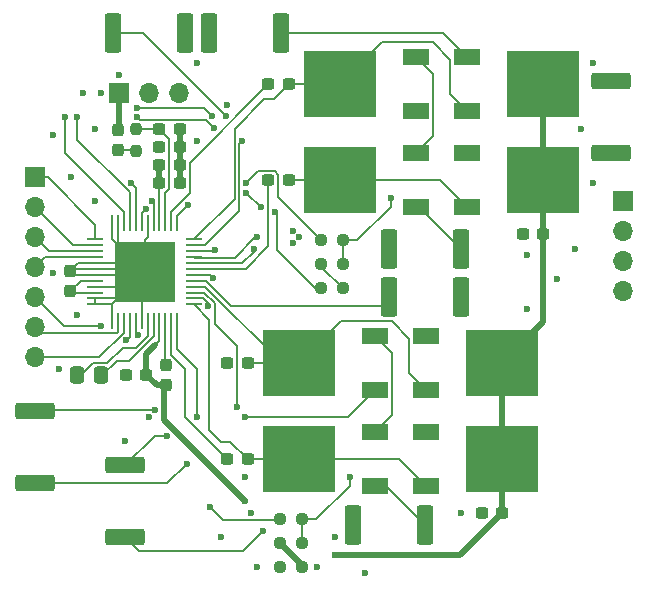
<source format=gtl>
%TF.GenerationSoftware,KiCad,Pcbnew,8.0.7*%
%TF.CreationDate,2025-02-15T17:42:46+02:00*%
%TF.ProjectId,stepper-motor-controller,73746570-7065-4722-9d6d-6f746f722d63,rev?*%
%TF.SameCoordinates,Original*%
%TF.FileFunction,Copper,L1,Top*%
%TF.FilePolarity,Positive*%
%FSLAX46Y46*%
G04 Gerber Fmt 4.6, Leading zero omitted, Abs format (unit mm)*
G04 Created by KiCad (PCBNEW 8.0.7) date 2025-02-15 17:42:46*
%MOMM*%
%LPD*%
G01*
G04 APERTURE LIST*
G04 Aperture macros list*
%AMRoundRect*
0 Rectangle with rounded corners*
0 $1 Rounding radius*
0 $2 $3 $4 $5 $6 $7 $8 $9 X,Y pos of 4 corners*
0 Add a 4 corners polygon primitive as box body*
4,1,4,$2,$3,$4,$5,$6,$7,$8,$9,$2,$3,0*
0 Add four circle primitives for the rounded corners*
1,1,$1+$1,$2,$3*
1,1,$1+$1,$4,$5*
1,1,$1+$1,$6,$7*
1,1,$1+$1,$8,$9*
0 Add four rect primitives between the rounded corners*
20,1,$1+$1,$2,$3,$4,$5,0*
20,1,$1+$1,$4,$5,$6,$7,0*
20,1,$1+$1,$6,$7,$8,$9,0*
20,1,$1+$1,$8,$9,$2,$3,0*%
G04 Aperture macros list end*
%TA.AperFunction,SMDPad,CuDef*%
%ADD10RoundRect,0.249999X0.450001X1.425001X-0.450001X1.425001X-0.450001X-1.425001X0.450001X-1.425001X0*%
%TD*%
%TA.AperFunction,SMDPad,CuDef*%
%ADD11RoundRect,0.249999X1.425001X-0.450001X1.425001X0.450001X-1.425001X0.450001X-1.425001X-0.450001X0*%
%TD*%
%TA.AperFunction,SMDPad,CuDef*%
%ADD12RoundRect,0.249999X-1.425001X0.450001X-1.425001X-0.450001X1.425001X-0.450001X1.425001X0.450001X0*%
%TD*%
%TA.AperFunction,SMDPad,CuDef*%
%ADD13RoundRect,0.249999X-0.450001X-1.425001X0.450001X-1.425001X0.450001X1.425001X-0.450001X1.425001X0*%
%TD*%
%TA.AperFunction,SMDPad,CuDef*%
%ADD14RoundRect,0.250000X-0.337500X-0.475000X0.337500X-0.475000X0.337500X0.475000X-0.337500X0.475000X0*%
%TD*%
%TA.AperFunction,SMDPad,CuDef*%
%ADD15R,2.290000X1.400000*%
%TD*%
%TA.AperFunction,SMDPad,CuDef*%
%ADD16R,6.180000X5.690000*%
%TD*%
%TA.AperFunction,SMDPad,CuDef*%
%ADD17RoundRect,0.237500X-0.250000X-0.237500X0.250000X-0.237500X0.250000X0.237500X-0.250000X0.237500X0*%
%TD*%
%TA.AperFunction,SMDPad,CuDef*%
%ADD18R,5.105400X5.105400*%
%TD*%
%TA.AperFunction,SMDPad,CuDef*%
%ADD19R,1.346200X0.279400*%
%TD*%
%TA.AperFunction,SMDPad,CuDef*%
%ADD20R,0.279400X1.346200*%
%TD*%
%TA.AperFunction,SMDPad,CuDef*%
%ADD21RoundRect,0.237500X-0.237500X0.250000X-0.237500X-0.250000X0.237500X-0.250000X0.237500X0.250000X0*%
%TD*%
%TA.AperFunction,SMDPad,CuDef*%
%ADD22RoundRect,0.237500X-0.237500X0.300000X-0.237500X-0.300000X0.237500X-0.300000X0.237500X0.300000X0*%
%TD*%
%TA.AperFunction,SMDPad,CuDef*%
%ADD23RoundRect,0.237500X-0.300000X-0.237500X0.300000X-0.237500X0.300000X0.237500X-0.300000X0.237500X0*%
%TD*%
%TA.AperFunction,SMDPad,CuDef*%
%ADD24RoundRect,0.237500X0.300000X0.237500X-0.300000X0.237500X-0.300000X-0.237500X0.300000X-0.237500X0*%
%TD*%
%TA.AperFunction,ComponentPad*%
%ADD25O,1.700000X1.700000*%
%TD*%
%TA.AperFunction,ComponentPad*%
%ADD26R,1.700000X1.700000*%
%TD*%
%TA.AperFunction,ViaPad*%
%ADD27C,0.600000*%
%TD*%
%TA.AperFunction,Conductor*%
%ADD28C,0.200000*%
%TD*%
%TA.AperFunction,Conductor*%
%ADD29C,0.500000*%
%TD*%
%ADD30C,0.300000*%
%ADD31C,0.350000*%
G04 APERTURE END LIST*
D10*
%TO.P,R15,1*%
%TO.N,Net-(U9-G)*%
X152402000Y-88900000D03*
%TO.P,R15,2*%
%TO.N,/LA2*%
X146302000Y-88900000D03*
%TD*%
D11*
%TO.P,R14,1*%
%TO.N,Net-(U8-G)*%
X127000000Y-89918000D03*
%TO.P,R14,2*%
%TO.N,/HA2*%
X127000000Y-83818000D03*
%TD*%
D12*
%TO.P,R10,1*%
%TO.N,/LA1*%
X119380000Y-79248000D03*
%TO.P,R10,2*%
%TO.N,Net-(U7-G)*%
X119380000Y-85348000D03*
%TD*%
D13*
%TO.P,R9,1*%
%TO.N,/HA1*%
X149350000Y-69596000D03*
%TO.P,R9,2*%
%TO.N,Net-(U6-G)*%
X155450000Y-69596000D03*
%TD*%
D10*
%TO.P,R8,2*%
%TO.N,/LB2*%
X149348000Y-65532000D03*
%TO.P,R8,1*%
%TO.N,Net-(U4-G)*%
X155448000Y-65532000D03*
%TD*%
D12*
%TO.P,R7,2*%
%TO.N,/HB2*%
X168148000Y-57404000D03*
%TO.P,R7,1*%
%TO.N,Net-(U3-G)*%
X168148000Y-51304000D03*
%TD*%
D13*
%TO.P,R2,1*%
%TO.N,/LB1*%
X125984000Y-47244000D03*
%TO.P,R2,2*%
%TO.N,Net-(U2-G)*%
X132084000Y-47244000D03*
%TD*%
%TO.P,R1,1*%
%TO.N,/HB1*%
X134112000Y-47244000D03*
%TO.P,R1,2*%
%TO.N,Net-(U1-G)*%
X140212000Y-47244000D03*
%TD*%
D14*
%TO.P,C2,1*%
%TO.N,/TMC5160A/CPO*%
X122893000Y-76200000D03*
%TO.P,C2,2*%
%TO.N,/TMC5160A/CPI*%
X124968000Y-76200000D03*
%TD*%
D15*
%TO.P,U6,1,G*%
%TO.N,Net-(U6-G)*%
X152487000Y-72899000D03*
D16*
%TO.P,U6,2,D*%
%TO.N,VM*%
X158922000Y-75184000D03*
D15*
%TO.P,U6,3,S*%
%TO.N,/BMA1*%
X152487000Y-77469000D03*
%TD*%
D17*
%TO.P,R13,1*%
%TO.N,GND*%
X140120000Y-90424000D03*
%TO.P,R13,2*%
%TO.N,Net-(U7-S)*%
X141945000Y-90424000D03*
%TD*%
D18*
%TO.P,U5,49,GNDD/GNDP*%
%TO.N,GND*%
X128649000Y-67439000D03*
D19*
%TO.P,U5,48,BMB1*%
%TO.N,/BMB1*%
X132827300Y-64689000D03*
%TO.P,U5,47,LB1*%
%TO.N,/LB1*%
X132827300Y-65188999D03*
%TO.P,U5,46,LB2*%
%TO.N,/LB2*%
X132827300Y-65689001D03*
%TO.P,U5,45,BMB2*%
%TO.N,/BMB2*%
X132827300Y-66189000D03*
%TO.P,U5,44,HB2*%
%TO.N,/HB2*%
X132827300Y-66688999D03*
%TO.P,U5,43,CB2*%
%TO.N,/CB2*%
X132827300Y-67189000D03*
%TO.P,U5,42,CA1*%
%TO.N,/CA1*%
X132827300Y-67689000D03*
%TO.P,U5,41,HA1*%
%TO.N,/HA1*%
X132827300Y-68189001D03*
%TO.P,U5,40,BMA1*%
%TO.N,/BMA1*%
X132827300Y-68689000D03*
%TO.P,U5,39,LA1*%
%TO.N,/LA1*%
X132827300Y-69188999D03*
%TO.P,U5,38,LA2*%
%TO.N,/LA2*%
X132827300Y-69689001D03*
%TO.P,U5,37,BMA2*%
%TO.N,/BMA2*%
X132827300Y-70189000D03*
D20*
%TO.P,U5,36,HA2*%
%TO.N,/HA2*%
X131399000Y-71617300D03*
%TO.P,U5,35,CA2*%
%TO.N,/CA2*%
X130899001Y-71617300D03*
%TO.P,U5,34,VCP*%
%TO.N,/TMC5160A/VCP*%
X130398999Y-71617300D03*
%TO.P,U5,33,VS*%
%TO.N,VM*%
X129899000Y-71617300D03*
%TO.P,U5,32,CPI*%
%TO.N,/TMC5160A/CPI*%
X129399001Y-71617300D03*
%TO.P,U5,31,CPO*%
%TO.N,/TMC5160A/CPO*%
X128899000Y-71617300D03*
%TO.P,U5,30,GNDD*%
%TO.N,GND*%
X128399000Y-71617300D03*
%TO.P,U5,29,VCC*%
%TO.N,/TMC5160A/VCC*%
X127898999Y-71617300D03*
%TO.P,U5,28,DRV_ENN*%
%TO.N,/TMC5160A/ENABLE*%
X127399000Y-71617300D03*
%TO.P,U5,27,DIAG1_SWP*%
%TO.N,/TMC5160A/DIAG1*%
X126899001Y-71617300D03*
%TO.P,U5,26,DIAG0_SWN*%
%TO.N,/TMC5160A/DIAG0*%
X126398999Y-71617300D03*
%TO.P,U5,25,ENCN_DCO_CFG6*%
%TO.N,GND*%
X125899000Y-71617300D03*
D19*
%TO.P,U5,24,ENCA_DCIN_CFG5*%
X124470700Y-70189000D03*
%TO.P,U5,23,ENCB_DCEN_CFG4*%
X124470700Y-69689001D03*
%TO.P,U5,22,SPI_MODE*%
%TO.N,VC*%
X124470700Y-69188999D03*
%TO.P,U5,21,SD_MODE*%
%TO.N,GND*%
X124470700Y-68689000D03*
%TO.P,U5,20,VCC_IO*%
%TO.N,VC*%
X124470700Y-68189001D03*
%TO.P,U5,19,GNDD*%
%TO.N,GND*%
X124470700Y-67689000D03*
%TO.P,U5,18,REFR_DIR*%
X124470700Y-67189000D03*
%TO.P,U5,17,REFL_STEP*%
X124470700Y-66688999D03*
%TO.P,U5,16,SDO_CFG0*%
%TO.N,/TMC5160A/MISO*%
X124470700Y-66189000D03*
%TO.P,U5,15,SDI_CFG1*%
%TO.N,/TMC5160A/MOSI*%
X124470700Y-65689001D03*
%TO.P,U5,14,SCK_CFG2*%
%TO.N,/TMC5160A/SCK*%
X124470700Y-65188999D03*
%TO.P,U5,13,CSN_CFG3*%
%TO.N,/TMC5160A/CSN*%
X124470700Y-64689000D03*
D20*
%TO.P,U5,12,CLK*%
%TO.N,GND*%
X125899000Y-63260700D03*
%TO.P,U5,11,TST_MODE*%
X126398999Y-63260700D03*
%TO.P,U5,10,SRBL*%
%TO.N,/SRBL*%
X126899001Y-63260700D03*
%TO.P,U5,9,SRBH*%
%TO.N,/SRBH*%
X127399000Y-63260700D03*
%TO.P,U5,8,SRAH*%
%TO.N,/SRAH*%
X127898999Y-63260700D03*
%TO.P,U5,7,SRAL*%
%TO.N,/SRAL*%
X128399000Y-63260700D03*
%TO.P,U5,6,GNDA*%
%TO.N,GND*%
X128899000Y-63260700D03*
%TO.P,U5,5,5VOUT*%
%TO.N,/TMC5160A/12VOUT*%
X129399001Y-63260700D03*
%TO.P,U5,4,VSA*%
%TO.N,VM*%
X129899000Y-63260700D03*
%TO.P,U5,3,12VOUT*%
%TO.N,/TMC5160A/5VOUT*%
X130398999Y-63260700D03*
%TO.P,U5,2,CB1*%
%TO.N,/CB1*%
X130899001Y-63260700D03*
%TO.P,U5,1,HB1*%
%TO.N,/HB1*%
X131399000Y-63260700D03*
%TD*%
D15*
%TO.P,U8,1,G*%
%TO.N,Net-(U8-G)*%
X152487000Y-81027000D03*
D16*
%TO.P,U8,2,D*%
%TO.N,VM*%
X158922000Y-83312000D03*
D15*
%TO.P,U8,3,S*%
%TO.N,/BMA2*%
X152487000Y-85597000D03*
%TD*%
D21*
%TO.P,R3,1*%
%TO.N,/TMC5160A/5VOUT*%
X127931000Y-55361300D03*
%TO.P,R3,2*%
%TO.N,/TMC5160A/VCC*%
X127931000Y-57186300D03*
%TD*%
D17*
%TO.P,R12,1*%
%TO.N,/SRAL*%
X140120000Y-92456000D03*
%TO.P,R12,2*%
%TO.N,GND*%
X141945000Y-92456000D03*
%TD*%
D22*
%TO.P,C10,1*%
%TO.N,GND*%
X122343000Y-67352300D03*
%TO.P,C10,2*%
%TO.N,VC*%
X122343000Y-69077300D03*
%TD*%
D23*
%TO.P,C11,1*%
%TO.N,GND*%
X127068500Y-76189300D03*
%TO.P,C11,2*%
%TO.N,VM*%
X128793500Y-76189300D03*
%TD*%
%TO.P,C14,1*%
%TO.N,GND*%
X157197000Y-87884000D03*
%TO.P,C14,2*%
%TO.N,VM*%
X158922000Y-87884000D03*
%TD*%
D24*
%TO.P,C9,1*%
%TO.N,GND*%
X131624000Y-59933300D03*
%TO.P,C9,2*%
%TO.N,VM*%
X129899000Y-59933300D03*
%TD*%
%TO.P,C15,1*%
%TO.N,/BMA2*%
X137373000Y-83312000D03*
%TO.P,C15,2*%
%TO.N,/CA2*%
X135648000Y-83312000D03*
%TD*%
D22*
%TO.P,C6,2*%
%TO.N,/TMC5160A/VCC*%
X126407000Y-57136300D03*
%TO.P,C6,1*%
%TO.N,GND*%
X126407000Y-55411300D03*
%TD*%
D15*
%TO.P,U7,1,G*%
%TO.N,Net-(U7-G)*%
X148167000Y-77469000D03*
D16*
%TO.P,U7,2,D*%
%TO.N,/BMA1*%
X141732000Y-75184000D03*
D15*
%TO.P,U7,3,S*%
%TO.N,Net-(U7-S)*%
X148167000Y-72899000D03*
%TD*%
D23*
%TO.P,C13,1*%
%TO.N,/CA1*%
X135648000Y-75184000D03*
%TO.P,C13,2*%
%TO.N,/BMA1*%
X137373000Y-75184000D03*
%TD*%
D22*
%TO.P,C7,1*%
%TO.N,/TMC5160A/VCP*%
X130471000Y-75326800D03*
%TO.P,C7,2*%
%TO.N,VM*%
X130471000Y-77051800D03*
%TD*%
D15*
%TO.P,U9,1,G*%
%TO.N,Net-(U9-G)*%
X148167000Y-85597000D03*
D16*
%TO.P,U9,2,D*%
%TO.N,/BMA2*%
X141732000Y-83312000D03*
D15*
%TO.P,U9,3,S*%
%TO.N,Net-(U7-S)*%
X148167000Y-81027000D03*
%TD*%
D24*
%TO.P,C5,1*%
%TO.N,GND*%
X131624000Y-55361300D03*
%TO.P,C5,2*%
%TO.N,/TMC5160A/5VOUT*%
X129899000Y-55361300D03*
%TD*%
%TO.P,C4,1*%
%TO.N,GND*%
X131624000Y-56885300D03*
%TO.P,C4,2*%
%TO.N,/TMC5160A/12VOUT*%
X129899000Y-56885300D03*
%TD*%
D25*
%TO.P,J3,4,Pin_4*%
%TO.N,/BMA2*%
X169164000Y-69088000D03*
%TO.P,J3,3,Pin_3*%
%TO.N,/BMA1*%
X169164000Y-66548000D03*
%TO.P,J3,2,Pin_2*%
%TO.N,/BMB2*%
X169164000Y-64008000D03*
D26*
%TO.P,J3,1,Pin_1*%
%TO.N,/BMB1*%
X169164000Y-61468000D03*
%TD*%
D25*
%TO.P,J1,7,Pin_7*%
%TO.N,/TMC5160A/DIAG1*%
X119380000Y-74676000D03*
%TO.P,J1,6,Pin_6*%
%TO.N,/TMC5160A/DIAG0*%
X119380000Y-72136000D03*
%TO.P,J1,5,Pin_5*%
%TO.N,/TMC5160A/ENABLE*%
X119380000Y-69596000D03*
%TO.P,J1,4,Pin_4*%
%TO.N,/TMC5160A/MISO*%
X119380000Y-67056000D03*
%TO.P,J1,3,Pin_3*%
%TO.N,/TMC5160A/MOSI*%
X119380000Y-64516000D03*
%TO.P,J1,2,Pin_2*%
%TO.N,/TMC5160A/SCK*%
X119380000Y-61976000D03*
D26*
%TO.P,J1,1,Pin_1*%
%TO.N,/TMC5160A/CSN*%
X119380000Y-59436000D03*
%TD*%
D25*
%TO.P,J2,3,Pin_3*%
%TO.N,VC*%
X131572000Y-52324000D03*
%TO.P,J2,2,Pin_2*%
%TO.N,VM*%
X129032000Y-52324000D03*
D26*
%TO.P,J2,1,Pin_1*%
%TO.N,GND*%
X126492000Y-52324000D03*
%TD*%
D17*
%TO.P,R11,1*%
%TO.N,/SRAH*%
X140120000Y-88392000D03*
%TO.P,R11,2*%
%TO.N,Net-(U7-S)*%
X141945000Y-88392000D03*
%TD*%
D24*
%TO.P,C1,1*%
%TO.N,GND*%
X131624000Y-58409300D03*
%TO.P,C1,2*%
%TO.N,VM*%
X129899000Y-58409300D03*
%TD*%
D15*
%TO.P,U3,1,G*%
%TO.N,Net-(U3-G)*%
X155956000Y-57405999D03*
D16*
%TO.P,U3,2,D*%
%TO.N,VM*%
X162391000Y-59690999D03*
D15*
%TO.P,U3,3,S*%
%TO.N,/BMB2*%
X155956000Y-61975999D03*
%TD*%
D17*
%TO.P,R4,1*%
%TO.N,/SRBH*%
X143589001Y-64771000D03*
%TO.P,R4,2*%
%TO.N,Net-(U2-S)*%
X145414001Y-64771000D03*
%TD*%
D23*
%TO.P,C8,1*%
%TO.N,GND*%
X160666000Y-64262999D03*
%TO.P,C8,2*%
%TO.N,VM*%
X162391000Y-64262999D03*
%TD*%
%TO.P,C3,1*%
%TO.N,/CB1*%
X139117000Y-51563000D03*
%TO.P,C3,2*%
%TO.N,/BMB1*%
X140842000Y-51563000D03*
%TD*%
D24*
%TO.P,C12,1*%
%TO.N,/BMB2*%
X140842001Y-59691000D03*
%TO.P,C12,2*%
%TO.N,/CB2*%
X139117001Y-59691000D03*
%TD*%
D17*
%TO.P,R6,1*%
%TO.N,GND*%
X143589001Y-66803000D03*
%TO.P,R6,2*%
%TO.N,Net-(U2-S)*%
X145414001Y-66803000D03*
%TD*%
D15*
%TO.P,U1,1,G*%
%TO.N,Net-(U1-G)*%
X155956000Y-49278000D03*
D16*
%TO.P,U1,2,D*%
%TO.N,VM*%
X162391000Y-51563000D03*
D15*
%TO.P,U1,3,S*%
%TO.N,/BMB1*%
X155956000Y-53848000D03*
%TD*%
%TO.P,U4,1,G*%
%TO.N,Net-(U4-G)*%
X151636000Y-61976000D03*
D16*
%TO.P,U4,2,D*%
%TO.N,/BMB2*%
X145201000Y-59691000D03*
D15*
%TO.P,U4,3,S*%
%TO.N,Net-(U2-S)*%
X151636000Y-57406000D03*
%TD*%
D17*
%TO.P,R5,1*%
%TO.N,/SRBL*%
X143589001Y-68835000D03*
%TO.P,R5,2*%
%TO.N,GND*%
X145414001Y-68835000D03*
%TD*%
D15*
%TO.P,U2,1,G*%
%TO.N,Net-(U2-G)*%
X151636000Y-53848000D03*
D16*
%TO.P,U2,2,D*%
%TO.N,/BMB1*%
X145201000Y-51563000D03*
D15*
%TO.P,U2,3,S*%
%TO.N,Net-(U2-S)*%
X151636000Y-49278000D03*
%TD*%
D27*
%TO.N,GND*%
X120904000Y-55880000D03*
X133096000Y-49784000D03*
X166624000Y-49784000D03*
X165608000Y-55372000D03*
X166624000Y-59944000D03*
X161036000Y-70612000D03*
X138176000Y-92456000D03*
%TO.N,Net-(U7-G)*%
X132206265Y-83693735D03*
X137160000Y-79756000D03*
%TO.N,Net-(U8-G)*%
X152487000Y-81027000D03*
X138684000Y-89408000D03*
%TO.N,/HA2*%
X133096000Y-79756000D03*
X130533669Y-81302331D03*
%TO.N,/LA1*%
X136500735Y-78891265D03*
X129540000Y-79137990D03*
%TO.N,/HB2*%
X137867107Y-65488000D03*
X168148000Y-57404000D03*
%TO.N,Net-(U3-G)*%
X168148000Y-51304000D03*
X155956000Y-57404000D03*
%TO.N,/BMA1*%
X152487000Y-77469000D03*
%TO.N,VM*%
X128793500Y-76189300D03*
X129899000Y-58409300D03*
X137160000Y-86868000D03*
X144780000Y-91440000D03*
%TO.N,/BMA2*%
X152487000Y-85597000D03*
%TO.N,/CA1*%
X134403215Y-67937899D03*
X135648000Y-75184000D03*
%TO.N,/HB1*%
X132353715Y-61741715D03*
X134112000Y-47244000D03*
%TO.N,/SRAH*%
X127491485Y-59944000D03*
X134151735Y-87336265D03*
%TO.N,GND*%
X141224000Y-64008000D03*
X135636000Y-53340000D03*
X165100000Y-65532000D03*
X120904000Y-67564000D03*
X122428000Y-59436000D03*
X155448000Y-87884000D03*
X141732000Y-64516000D03*
X137668000Y-87884000D03*
X122936000Y-71120000D03*
X127000000Y-81788000D03*
X147320000Y-92964000D03*
X124968000Y-52324000D03*
X143256000Y-92456000D03*
X133096000Y-56388000D03*
X121412000Y-75692000D03*
X163576000Y-68072000D03*
X124460000Y-55372000D03*
X129032000Y-79756000D03*
X123444000Y-52324000D03*
X141224000Y-65024000D03*
X137160000Y-84836000D03*
X126492000Y-50800000D03*
X144780000Y-89916000D03*
X124460000Y-61468000D03*
X135128000Y-89916000D03*
X161036000Y-66040000D03*
%TO.N,VC*%
X122343000Y-69077300D03*
%TO.N,/SRBH*%
X128016000Y-54356000D03*
X137252000Y-59944000D03*
X122936000Y-54356000D03*
X134539735Y-55291735D03*
%TO.N,/LA2*%
X133999264Y-70362378D03*
X146302000Y-88900000D03*
%TO.N,/LB2*%
X149348000Y-65532000D03*
X134600424Y-65614071D03*
%TO.N,/SRAL*%
X128792939Y-62087598D03*
X140120000Y-92456000D03*
%TO.N,/TMC5160A/12VOUT*%
X129899000Y-56885300D03*
X129299000Y-61468000D03*
%TO.N,/SRBL*%
X121920000Y-54356000D03*
X139717001Y-62398738D03*
X134305926Y-54209396D03*
X128016000Y-53555997D03*
X138517001Y-61976000D03*
X137252000Y-60744003D03*
%TO.N,/TMC5160A/VCC*%
X128091485Y-72793785D03*
X127931000Y-57186300D03*
%TO.N,/BMB1*%
X155956000Y-53848000D03*
%TO.N,/BMB2*%
X138176000Y-64516000D03*
X145201000Y-59691000D03*
X155956000Y-61975999D03*
%TO.N,/TMC5160A/ENABLE*%
X124968000Y-72044000D03*
X127095658Y-73247658D03*
%TO.N,Net-(U7-S)*%
X146009000Y-84836000D03*
X148167000Y-81027000D03*
%TO.N,/LB1*%
X135555735Y-54275735D03*
X136852000Y-56388000D03*
%TO.N,Net-(U2-G)*%
X132084000Y-47244000D03*
X151636000Y-53848000D03*
%TO.N,Net-(U2-S)*%
X151636000Y-57406000D03*
X149478000Y-61215000D03*
X151636000Y-57406000D03*
X151636000Y-57406000D03*
X149478000Y-61215000D03*
X149478000Y-61215000D03*
%TD*%
D28*
%TO.N,/HA1*%
X133805788Y-68189001D02*
X132827300Y-68189001D01*
X135912786Y-70295999D02*
X133805788Y-68189001D01*
X149350000Y-69596000D02*
X148650001Y-70295999D01*
X148650001Y-70295999D02*
X135912786Y-70295999D01*
%TO.N,Net-(U7-G)*%
X145880000Y-79756000D02*
X148167000Y-77469000D01*
X137160000Y-79756000D02*
X145880000Y-79756000D01*
X130552000Y-85348000D02*
X132206265Y-83693735D01*
X119380000Y-85348000D02*
X130552000Y-85348000D01*
%TO.N,Net-(U8-G)*%
X136992529Y-91099471D02*
X138684000Y-89408000D01*
X128181471Y-91099471D02*
X136992529Y-91099471D01*
X127000000Y-89918000D02*
X128181471Y-91099471D01*
%TO.N,/HA2*%
X131399000Y-73995000D02*
X131399000Y-71617300D01*
X133096000Y-75692000D02*
X131399000Y-73995000D01*
X133096000Y-79756000D02*
X133096000Y-75692000D01*
%TO.N,/BMA2*%
X135068778Y-81802000D02*
X135863000Y-81802000D01*
X134112000Y-80845222D02*
X135068778Y-81802000D01*
X132827300Y-70189000D02*
X134112000Y-71473700D01*
X134112000Y-71473700D02*
X134112000Y-80845222D01*
X135863000Y-81802000D02*
X137373000Y-83312000D01*
%TO.N,/HA2*%
X129515669Y-81302331D02*
X130533669Y-81302331D01*
X127000000Y-83818000D02*
X129515669Y-81302331D01*
%TO.N,/LA1*%
X133674414Y-69188999D02*
X132827300Y-69188999D01*
X134599264Y-71810907D02*
X134599264Y-70113849D01*
X136500735Y-78891265D02*
X136500735Y-73712378D01*
X136500735Y-73712378D02*
X134599264Y-71810907D01*
X134599264Y-70113849D02*
X133674414Y-69188999D01*
X119490010Y-79137990D02*
X129540000Y-79137990D01*
X119380000Y-79248000D02*
X119490010Y-79137990D01*
%TO.N,/BMB2*%
X132873014Y-66234714D02*
X132827300Y-66189000D01*
X136271864Y-66234714D02*
X132873014Y-66234714D01*
X138176000Y-64516000D02*
X137990578Y-64516000D01*
X137990578Y-64516000D02*
X136271864Y-66234714D01*
%TO.N,/HB2*%
X137867107Y-65731107D02*
X136909215Y-66688999D01*
X136909215Y-66688999D02*
X132827300Y-66688999D01*
X137867107Y-65488000D02*
X137867107Y-65731107D01*
%TO.N,/SRBL*%
X138483997Y-61976000D02*
X137252000Y-60744003D01*
X138517001Y-61976000D02*
X138483997Y-61976000D01*
X143101501Y-68835000D02*
X143589001Y-68835000D01*
X139855765Y-62537502D02*
X139855765Y-65589264D01*
X139717001Y-62398738D02*
X139855765Y-62537502D01*
X139855765Y-65589264D02*
X143101501Y-68835000D01*
%TO.N,Net-(U3-G)*%
X155956000Y-57405999D02*
X155956000Y-57404000D01*
%TO.N,/SRBH*%
X139646223Y-58916000D02*
X138280000Y-58916000D01*
X138280000Y-58916000D02*
X137252000Y-59944000D01*
X139954501Y-59224278D02*
X139646223Y-58916000D01*
X139954501Y-61136500D02*
X139954501Y-59224278D01*
X143589001Y-64771000D02*
X139954501Y-61136500D01*
%TO.N,/LB1*%
X136652000Y-62277100D02*
X133740101Y-65188999D01*
X136652000Y-56588000D02*
X136652000Y-62277100D01*
X133740101Y-65188999D02*
X132827300Y-65188999D01*
X136852000Y-56388000D02*
X136652000Y-56588000D01*
%TO.N,Net-(U9-G)*%
X149099000Y-85597000D02*
X152402000Y-88900000D01*
X148167000Y-85597000D02*
X149099000Y-85597000D01*
%TO.N,Net-(U1-G)*%
X153922000Y-47244000D02*
X140212000Y-47244000D01*
X155956000Y-49278000D02*
X153922000Y-47244000D01*
%TO.N,VM*%
X129899000Y-73301000D02*
X129899000Y-71617300D01*
X129540000Y-73660000D02*
X129899000Y-73301000D01*
D29*
X128793500Y-74406500D02*
X129540000Y-73660000D01*
X128793500Y-76189300D02*
X128793500Y-74406500D01*
D28*
%TO.N,/TMC5160A/CPI*%
X126266843Y-74958843D02*
X125025686Y-76200000D01*
X127340642Y-74958843D02*
X126266843Y-74958843D01*
X125025686Y-76200000D02*
X124968000Y-76200000D01*
X129399001Y-72900484D02*
X127340642Y-74958843D01*
X129399001Y-71617300D02*
X129399001Y-72900484D01*
%TO.N,/TMC5160A/CPO*%
X123184529Y-76292000D02*
X122893000Y-76292000D01*
X124301529Y-75175000D02*
X123184529Y-76292000D01*
X126812342Y-73847658D02*
X125485000Y-75175000D01*
X125485000Y-75175000D02*
X124301529Y-75175000D01*
X127886141Y-73847658D02*
X126812342Y-73847658D01*
X128899000Y-71617300D02*
X128899000Y-72834799D01*
X128899000Y-72834799D02*
X127886141Y-73847658D01*
%TO.N,/BMA1*%
X132827300Y-68689000D02*
X133740101Y-68689000D01*
X133740101Y-68689000D02*
X140235101Y-75184000D01*
X140235101Y-75184000D02*
X141732000Y-75184000D01*
X145288000Y-71628000D02*
X141732000Y-75184000D01*
X151042000Y-73105000D02*
X149565000Y-71628000D01*
X152487000Y-77469000D02*
X151042000Y-76024000D01*
X137373000Y-75184000D02*
X141732000Y-75184000D01*
X151042000Y-76024000D02*
X151042000Y-73105000D01*
X149565000Y-71628000D02*
X145288000Y-71628000D01*
D29*
%TO.N,VM*%
X130290000Y-77232800D02*
X130290000Y-79998000D01*
X158922000Y-83312000D02*
X158922000Y-75184000D01*
X158922000Y-83312000D02*
X159217000Y-83312000D01*
X162391000Y-59690999D02*
X162391000Y-71715000D01*
X130471000Y-77051800D02*
X130290000Y-77232800D01*
X155366000Y-91440000D02*
X158922000Y-87884000D01*
X130290000Y-79998000D02*
X137160000Y-86868000D01*
X144780000Y-91440000D02*
X155366000Y-91440000D01*
X129656000Y-77051800D02*
X128793500Y-76189300D01*
X158922000Y-83312000D02*
X158922000Y-87884000D01*
X129899000Y-58409300D02*
X129899000Y-59933300D01*
D28*
X129899000Y-59933300D02*
X129899000Y-63260700D01*
D29*
X130471000Y-77051800D02*
X129656000Y-77051800D01*
X162391000Y-71715000D02*
X158922000Y-75184000D01*
D28*
%TO.N,/BMA2*%
X150202000Y-83312000D02*
X141732000Y-83312000D01*
X137373000Y-83312000D02*
X141732000Y-83312000D01*
X152487000Y-85597000D02*
X150202000Y-83312000D01*
%TO.N,/CA1*%
X132827300Y-67689000D02*
X134154316Y-67689000D01*
X134154316Y-67689000D02*
X134403215Y-67937899D01*
%TO.N,/HB1*%
X131399000Y-63260700D02*
X131399000Y-62696430D01*
X131399000Y-62696430D02*
X132353715Y-61741715D01*
%TO.N,/SRAH*%
X140028000Y-88484000D02*
X140120000Y-88392000D01*
X127898999Y-63260700D02*
X127898999Y-60351514D01*
X135299470Y-88484000D02*
X140028000Y-88484000D01*
X134151735Y-87336265D02*
X135299470Y-88484000D01*
X127898999Y-60351514D02*
X127491485Y-59944000D01*
%TO.N,GND*%
X128899000Y-64465300D02*
X128899000Y-63260700D01*
X124470700Y-68689000D02*
X127399000Y-68689000D01*
D29*
X126492000Y-55326300D02*
X126407000Y-55411300D01*
D28*
X125899000Y-71617300D02*
X125899000Y-70189000D01*
X122679700Y-67689000D02*
X122343000Y-67352300D01*
X124470700Y-66688999D02*
X123006301Y-66688999D01*
X126398999Y-65188999D02*
X126398999Y-63260700D01*
X128649000Y-64715300D02*
X128899000Y-64465300D01*
X127399000Y-68689000D02*
X128649000Y-67439000D01*
X122506300Y-67189000D02*
X122343000Y-67352300D01*
X125899000Y-70189000D02*
X128649000Y-67439000D01*
X124470700Y-67189000D02*
X128399000Y-67189000D01*
X128399000Y-67689000D02*
X128649000Y-67439000D01*
X128399000Y-67189000D02*
X128649000Y-67439000D01*
X124470700Y-67689000D02*
X128399000Y-67689000D01*
D29*
X131624000Y-55361300D02*
X131624000Y-59933300D01*
D28*
X124470700Y-67689000D02*
X122679700Y-67689000D01*
X128649000Y-67439000D02*
X128649000Y-64715300D01*
X126398999Y-69689001D02*
X128649000Y-67439000D01*
X128649000Y-67439000D02*
X125899000Y-64689000D01*
D29*
X141945000Y-92249000D02*
X140120000Y-90424000D01*
D28*
X124470700Y-69689001D02*
X126398999Y-69689001D01*
D29*
X141945000Y-92456000D02*
X141945000Y-92249000D01*
D28*
X124470700Y-67189000D02*
X122506300Y-67189000D01*
D29*
X126492000Y-52324000D02*
X126492000Y-55326300D01*
D28*
X124470700Y-66688999D02*
X127898999Y-66688999D01*
X123006301Y-66688999D02*
X122343000Y-67352300D01*
X124470700Y-70189000D02*
X125899000Y-70189000D01*
X127898999Y-66688999D02*
X128649000Y-67439000D01*
X128649000Y-67439000D02*
X126398999Y-65188999D01*
X125899000Y-64689000D02*
X125899000Y-63260700D01*
X124470700Y-69689001D02*
X124470700Y-70189000D01*
X128399000Y-67689000D02*
X128399000Y-71617300D01*
%TO.N,VC*%
X122669600Y-69077300D02*
X122343000Y-69077300D01*
X124470700Y-69188999D02*
X122454699Y-69188999D01*
X124470700Y-68189001D02*
X123231299Y-68189001D01*
X122454699Y-69188999D02*
X122343000Y-69077300D01*
X123231299Y-68189001D02*
X122343000Y-69077300D01*
%TO.N,/SRBH*%
X134539735Y-55291735D02*
X133821800Y-54573800D01*
X122936000Y-56237044D02*
X127399000Y-60700044D01*
X127399000Y-60700044D02*
X127399000Y-63260700D01*
X122936000Y-54356000D02*
X122936000Y-56237044D01*
X133821800Y-54573800D02*
X128233800Y-54573800D01*
X128233800Y-54573800D02*
X128016000Y-54356000D01*
%TO.N,/LA2*%
X132827300Y-69689001D02*
X133608730Y-69689001D01*
X133999264Y-70079535D02*
X133999264Y-70362378D01*
X133608730Y-69689001D02*
X133999264Y-70079535D01*
%TO.N,/LB2*%
X134525494Y-65689001D02*
X132827300Y-65689001D01*
X134600424Y-65614071D02*
X134525494Y-65689001D01*
%TO.N,/SRAL*%
X128399000Y-62481537D02*
X128792939Y-62087598D01*
X128399000Y-63260700D02*
X128399000Y-62481537D01*
%TO.N,/CA2*%
X130899001Y-71617300D02*
X130899001Y-74450579D01*
X132080000Y-75631578D02*
X132080000Y-79744000D01*
X130899001Y-74450579D02*
X132080000Y-75631578D01*
X132080000Y-79744000D02*
X135648000Y-83312000D01*
%TO.N,/CB1*%
X132461500Y-58218500D02*
X132461500Y-60785400D01*
X139117000Y-51563000D02*
X132461500Y-58218500D01*
X130899001Y-62347899D02*
X130899001Y-63260700D01*
X132461500Y-60785400D02*
X130899001Y-62347899D01*
%TO.N,/CB2*%
X137189481Y-67189000D02*
X139117001Y-65261480D01*
X132827300Y-67189000D02*
X137189481Y-67189000D01*
X139117001Y-65261480D02*
X139117001Y-59691000D01*
%TO.N,/TMC5160A/12VOUT*%
X129399001Y-63260700D02*
X129399001Y-61568001D01*
X129399001Y-61568001D02*
X129299000Y-61468000D01*
%TO.N,/SRBL*%
X121920000Y-54356000D02*
X121920000Y-57368901D01*
X126899001Y-62347902D02*
X126899001Y-63260700D01*
X134305926Y-54209396D02*
X133652527Y-53555997D01*
X121920000Y-57368901D02*
X126899001Y-62347902D01*
X133652527Y-53555997D02*
X128016000Y-53555997D01*
%TO.N,/TMC5160A/5VOUT*%
X130736500Y-56198800D02*
X129899000Y-55361300D01*
X130736500Y-60400022D02*
X130736500Y-56198800D01*
X130398999Y-60737523D02*
X130736500Y-60400022D01*
X127931000Y-55361300D02*
X129899000Y-55361300D01*
X130398999Y-63260700D02*
X130398999Y-60737523D01*
%TO.N,/TMC5160A/VCC*%
X127881000Y-57136300D02*
X127931000Y-57186300D01*
X127898999Y-71617300D02*
X127898999Y-72601299D01*
X126407000Y-57136300D02*
X127881000Y-57136300D01*
X127898999Y-72601299D02*
X128091485Y-72793785D01*
%TO.N,/TMC5160A/VCP*%
X130398999Y-75254799D02*
X130398999Y-71617300D01*
X130471000Y-75326800D02*
X130398999Y-75254799D01*
%TO.N,/BMB1*%
X132827300Y-64689000D02*
X136252000Y-61264300D01*
X138778778Y-52832000D02*
X139573000Y-52832000D01*
X139573000Y-52832000D02*
X140842000Y-51563000D01*
X136252000Y-61264300D02*
X136252000Y-55358778D01*
X136252000Y-55358778D02*
X138778778Y-52832000D01*
%TO.N,/TMC5160A/DIAG0*%
X126398999Y-72530101D02*
X126285100Y-72644000D01*
X119888000Y-72644000D02*
X119380000Y-72136000D01*
X126285100Y-72644000D02*
X119888000Y-72644000D01*
X126398999Y-71617300D02*
X126398999Y-72530101D01*
%TO.N,/TMC5160A/DIAG1*%
X126899001Y-72595785D02*
X124818786Y-74676000D01*
X124818786Y-74676000D02*
X119380000Y-74676000D01*
X126899001Y-71617300D02*
X126899001Y-72595785D01*
%TO.N,/TMC5160A/MOSI*%
X120553001Y-65689001D02*
X124470700Y-65689001D01*
X119380000Y-64516000D02*
X120553001Y-65689001D01*
%TO.N,/TMC5160A/MISO*%
X119380000Y-67056000D02*
X120247000Y-66189000D01*
X120247000Y-66189000D02*
X124470700Y-66189000D01*
%TO.N,/TMC5160A/SCK*%
X122592999Y-65188999D02*
X124470700Y-65188999D01*
X119380000Y-61976000D02*
X122592999Y-65188999D01*
%TO.N,/TMC5160A/ENABLE*%
X127399000Y-72944316D02*
X127399000Y-71617300D01*
X127095658Y-73247658D02*
X127399000Y-72944316D01*
X121828000Y-72044000D02*
X124968000Y-72044000D01*
X119380000Y-69596000D02*
X121828000Y-72044000D01*
%TO.N,Net-(U7-G)*%
X148167000Y-77469000D02*
X147722000Y-77469000D01*
%TO.N,Net-(U7-S)*%
X148167000Y-72899000D02*
X149612000Y-74344000D01*
X141945000Y-88392000D02*
X143187000Y-88392000D01*
X149612000Y-79582000D02*
X148167000Y-81027000D01*
X143187000Y-88392000D02*
X146009000Y-85570000D01*
X146009000Y-85570000D02*
X146009000Y-84836000D01*
X149612000Y-74344000D02*
X149612000Y-79582000D01*
X141945000Y-88392000D02*
X141945000Y-90424000D01*
%TO.N,/TMC5160A/CSN*%
X124470700Y-63476700D02*
X124470700Y-64689000D01*
X120430000Y-59436000D02*
X124470700Y-63476700D01*
X119380000Y-59436000D02*
X120430000Y-59436000D01*
%TO.N,/LB1*%
X128524000Y-47244000D02*
X135555735Y-54275735D01*
%TO.N,Net-(U4-G)*%
X151892000Y-61976000D02*
X155448000Y-65532000D01*
X151636000Y-61976000D02*
X151892000Y-61976000D01*
%TO.N,Net-(U2-S)*%
X145414000Y-64771000D02*
X145414000Y-66803000D01*
%TO.N,/BMB1*%
X155956000Y-53848000D02*
X154511000Y-52403000D01*
%TO.N,Net-(U2-S)*%
X145414000Y-64771000D02*
X145414000Y-66803000D01*
%TO.N,/BMB2*%
X153671000Y-59691000D02*
X145201000Y-59691000D01*
%TO.N,GND*%
X143589000Y-67010000D02*
X145414000Y-68835000D01*
%TO.N,Net-(U2-S)*%
X149478000Y-61949000D02*
X149478000Y-61215000D01*
X145414000Y-64771000D02*
X146656000Y-64771000D01*
%TO.N,/BMB1*%
X154511000Y-52403000D02*
X154511000Y-49484000D01*
%TO.N,Net-(U2-S)*%
X153081000Y-50723000D02*
X153081000Y-55961000D01*
D29*
%TO.N,VM*%
X162391000Y-59691000D02*
X162686000Y-59691000D01*
D28*
%TO.N,/BMB2*%
X140842000Y-59691000D02*
X145201000Y-59691000D01*
%TO.N,GND*%
X143589000Y-67010000D02*
X145414000Y-68835000D01*
D29*
%TO.N,VM*%
X162391000Y-59691000D02*
X162391000Y-64263000D01*
D28*
%TO.N,Net-(U2-S)*%
X149478000Y-61949000D02*
X149478000Y-61215000D01*
%TO.N,/BMB1*%
X148757000Y-48007000D02*
X145201000Y-51563000D01*
X153034000Y-48007000D02*
X148757000Y-48007000D01*
%TO.N,Net-(U2-S)*%
X145414000Y-64771000D02*
X146656000Y-64771000D01*
%TO.N,/BMB1*%
X154511000Y-49484000D02*
X153034000Y-48007000D01*
X155956000Y-53848000D02*
X154511000Y-52403000D01*
D29*
%TO.N,VM*%
X162391000Y-59691000D02*
X162686000Y-59691000D01*
D28*
%TO.N,Net-(U2-G)*%
X151636000Y-53848000D02*
X151191000Y-53848000D01*
D29*
%TO.N,VM*%
X162391000Y-59691000D02*
X162391000Y-64263000D01*
D28*
%TO.N,/BMB1*%
X153034000Y-48007000D02*
X148757000Y-48007000D01*
X154511000Y-52403000D02*
X154511000Y-49484000D01*
%TO.N,/BMB2*%
X155956000Y-61976000D02*
X153671000Y-59691000D01*
%TO.N,Net-(U2-S)*%
X153081000Y-55961000D02*
X151636000Y-57406000D01*
%TO.N,/BMB2*%
X153671000Y-59691000D02*
X145201000Y-59691000D01*
%TO.N,/BMB1*%
X140842000Y-51563000D02*
X145201000Y-51563000D01*
D29*
%TO.N,VM*%
X162391000Y-59691000D02*
X162391000Y-64263000D01*
D28*
%TO.N,/BMB2*%
X155956000Y-61976000D02*
X153671000Y-59691000D01*
%TO.N,/LB1*%
X125984000Y-47244000D02*
X128524000Y-47244000D01*
%TO.N,Net-(U2-G)*%
X151636000Y-53848000D02*
X151191000Y-53848000D01*
%TO.N,Net-(U2-S)*%
X153081000Y-50723000D02*
X153081000Y-55961000D01*
X153081000Y-55961000D02*
X151636000Y-57406000D01*
%TO.N,/BMB1*%
X148757000Y-48007000D02*
X145201000Y-51563000D01*
%TO.N,Net-(U2-S)*%
X145414000Y-64771000D02*
X146656000Y-64771000D01*
%TO.N,/BMB1*%
X140842000Y-51563000D02*
X145201000Y-51563000D01*
%TO.N,Net-(U2-S)*%
X146656000Y-64771000D02*
X149478000Y-61949000D01*
%TO.N,/BMB1*%
X154511000Y-49484000D02*
X153034000Y-48007000D01*
%TO.N,Net-(U2-G)*%
X151636000Y-53848000D02*
X151191000Y-53848000D01*
%TO.N,Net-(U2-S)*%
X146656000Y-64771000D02*
X149478000Y-61949000D01*
%TO.N,/BMB1*%
X153034000Y-48007000D02*
X148757000Y-48007000D01*
D29*
%TO.N,VM*%
X162391000Y-51563000D02*
X162391000Y-59691000D01*
D28*
%TO.N,Net-(U2-S)*%
X151636000Y-49278000D02*
X153081000Y-50723000D01*
%TO.N,/BMB1*%
X154511000Y-49484000D02*
X153034000Y-48007000D01*
D29*
%TO.N,VM*%
X162391000Y-59691000D02*
X162686000Y-59691000D01*
D28*
%TO.N,/BMB1*%
X155956000Y-53848000D02*
X154511000Y-52403000D01*
%TO.N,Net-(U2-S)*%
X153081000Y-50723000D02*
X153081000Y-55961000D01*
X149478000Y-61949000D02*
X149478000Y-61215000D01*
%TO.N,/BMB2*%
X153671000Y-59691000D02*
X145201000Y-59691000D01*
D29*
%TO.N,VM*%
X162391000Y-51563000D02*
X162391000Y-59691000D01*
D28*
%TO.N,Net-(U2-S)*%
X146656000Y-64771000D02*
X149478000Y-61949000D01*
%TO.N,/BMB2*%
X155956000Y-61976000D02*
X153671000Y-59691000D01*
X140842000Y-59691000D02*
X145201000Y-59691000D01*
%TO.N,Net-(U2-S)*%
X151636000Y-49278000D02*
X153081000Y-50723000D01*
X145414000Y-64771000D02*
X145414000Y-66803000D01*
%TO.N,GND*%
X143589000Y-66803000D02*
X143589000Y-67010000D01*
%TO.N,/BMB1*%
X154511000Y-52403000D02*
X154511000Y-49484000D01*
%TO.N,GND*%
X143589000Y-66803000D02*
X143589000Y-67010000D01*
%TO.N,Net-(U2-S)*%
X151636000Y-49278000D02*
X153081000Y-50723000D01*
%TO.N,GND*%
X143589000Y-67010000D02*
X145414000Y-68835000D01*
%TO.N,/BMB2*%
X140842000Y-59691000D02*
X145201000Y-59691000D01*
%TO.N,/BMB1*%
X140842000Y-51563000D02*
X145201000Y-51563000D01*
%TO.N,GND*%
X143589000Y-66803000D02*
X143589000Y-67010000D01*
%TO.N,Net-(U2-S)*%
X153081000Y-55961000D02*
X151636000Y-57406000D01*
%TO.N,/BMB1*%
X148757000Y-48007000D02*
X145201000Y-51563000D01*
D29*
%TO.N,VM*%
X162391000Y-51563000D02*
X162391000Y-59691000D01*
%TD*%
D30*
X120904000Y-55880000D03*
X133096000Y-49784000D03*
X166624000Y-49784000D03*
X165608000Y-55372000D03*
X166624000Y-59944000D03*
X161036000Y-70612000D03*
X138176000Y-92456000D03*
X132206265Y-83693735D03*
X137160000Y-79756000D03*
X152487000Y-81027000D03*
X138684000Y-89408000D03*
X133096000Y-79756000D03*
X130533669Y-81302331D03*
X136500735Y-78891265D03*
X129540000Y-79137990D03*
X137867107Y-65488000D03*
X168148000Y-57404000D03*
X168148000Y-51304000D03*
X155956000Y-57404000D03*
X152487000Y-77469000D03*
X128793500Y-76189300D03*
X129899000Y-58409300D03*
X137160000Y-86868000D03*
X144780000Y-91440000D03*
X152487000Y-85597000D03*
X134403215Y-67937899D03*
X135648000Y-75184000D03*
X132353715Y-61741715D03*
X134112000Y-47244000D03*
X127491485Y-59944000D03*
X134151735Y-87336265D03*
X141224000Y-64008000D03*
X135636000Y-53340000D03*
X165100000Y-65532000D03*
X120904000Y-67564000D03*
X122428000Y-59436000D03*
X155448000Y-87884000D03*
X141732000Y-64516000D03*
X137668000Y-87884000D03*
X122936000Y-71120000D03*
X127000000Y-81788000D03*
X147320000Y-92964000D03*
X124968000Y-52324000D03*
X143256000Y-92456000D03*
X133096000Y-56388000D03*
X121412000Y-75692000D03*
X163576000Y-68072000D03*
X124460000Y-55372000D03*
X129032000Y-79756000D03*
X123444000Y-52324000D03*
X141224000Y-65024000D03*
X137160000Y-84836000D03*
X126492000Y-50800000D03*
X144780000Y-89916000D03*
X124460000Y-61468000D03*
X135128000Y-89916000D03*
X161036000Y-66040000D03*
X122343000Y-69077300D03*
X128016000Y-54356000D03*
X137252000Y-59944000D03*
X122936000Y-54356000D03*
X134539735Y-55291735D03*
X133999264Y-70362378D03*
X146302000Y-88900000D03*
X149348000Y-65532000D03*
X134600424Y-65614071D03*
X128792939Y-62087598D03*
X140120000Y-92456000D03*
X129899000Y-56885300D03*
X129299000Y-61468000D03*
X121920000Y-54356000D03*
X139717001Y-62398738D03*
X134305926Y-54209396D03*
X128016000Y-53555997D03*
X138517001Y-61976000D03*
X137252000Y-60744003D03*
X128091485Y-72793785D03*
X127931000Y-57186300D03*
X155956000Y-53848000D03*
X138176000Y-64516000D03*
X145201000Y-59691000D03*
X155956000Y-61975999D03*
X124968000Y-72044000D03*
X127095658Y-73247658D03*
X146009000Y-84836000D03*
X148167000Y-81027000D03*
X135555735Y-54275735D03*
X136852000Y-56388000D03*
X132084000Y-47244000D03*
X151636000Y-53848000D03*
X151636000Y-57406000D03*
X149478000Y-61215000D03*
X151636000Y-57406000D03*
X151636000Y-57406000D03*
X149478000Y-61215000D03*
X149478000Y-61215000D03*
D31*
X169164000Y-69088000D03*
X169164000Y-66548000D03*
X169164000Y-64008000D03*
X169164000Y-61468000D03*
X119380000Y-74676000D03*
X119380000Y-72136000D03*
X119380000Y-69596000D03*
X119380000Y-67056000D03*
X119380000Y-64516000D03*
X119380000Y-61976000D03*
X119380000Y-59436000D03*
X131572000Y-52324000D03*
X129032000Y-52324000D03*
X126492000Y-52324000D03*
M02*

</source>
